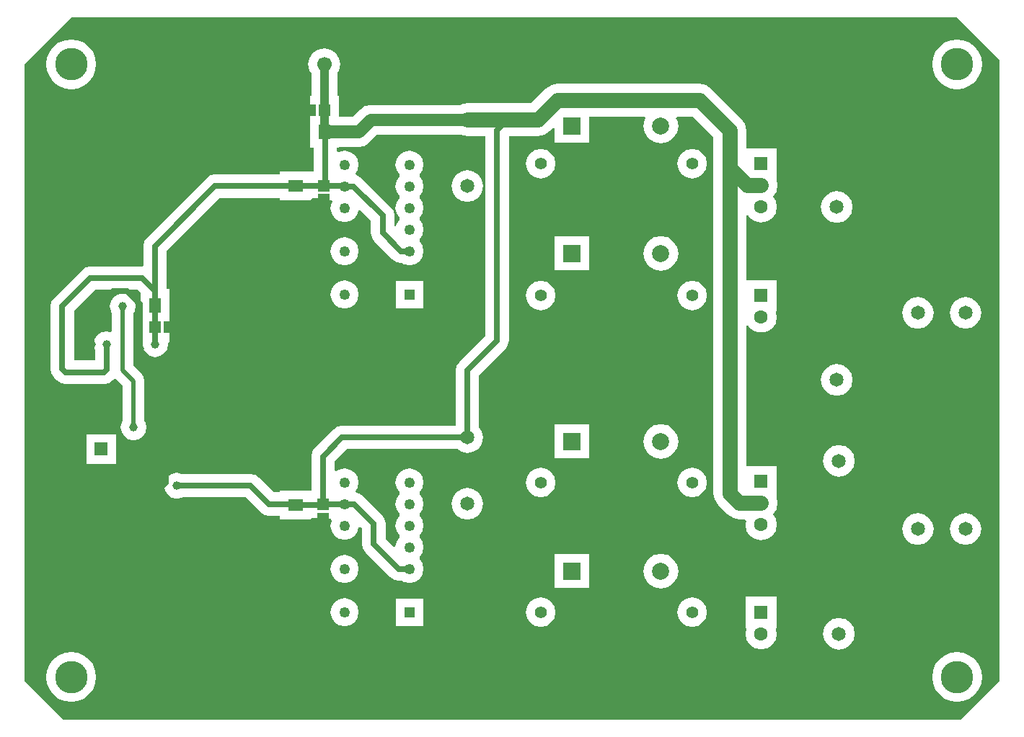
<source format=gbr>
%TF.GenerationSoftware,Altium Limited,Altium Designer,20.0.13 (296)*%
G04 Layer_Physical_Order=2*
G04 Layer_Color=16711680*
%FSLAX26Y26*%
%MOIN*%
%TF.FileFunction,Copper,L2,Bot,Signal*%
%TF.Part,Single*%
G01*
G75*
%TA.AperFunction,SMDPad,CuDef*%
%ADD15R,0.057087X0.053150*%
%TA.AperFunction,Conductor*%
%ADD18C,0.027559*%
%ADD19C,0.019685*%
%TA.AperFunction,ViaPad*%
%ADD20C,0.150000*%
%TA.AperFunction,ComponentPad*%
%ADD21R,0.059055X0.059055*%
%ADD22R,0.066929X0.066929*%
%ADD23C,0.066929*%
%ADD24C,0.064961*%
%ADD25C,0.078740*%
%ADD26R,0.078740X0.078740*%
%ADD27R,0.059055X0.059055*%
%ADD28R,0.062992X0.062992*%
%ADD29C,0.062992*%
%ADD30C,0.055118*%
%ADD31C,0.049213*%
%ADD32R,0.049213X0.049213*%
%TA.AperFunction,ViaPad*%
%ADD33C,0.039370*%
%TA.AperFunction,SMDPad,CuDef*%
%ADD34R,0.070866X0.055118*%
%ADD35R,0.055118X0.070866*%
%ADD36R,0.053150X0.057087*%
%TA.AperFunction,Conductor*%
%ADD37C,0.059055*%
%ADD38C,0.055118*%
%ADD39C,0.039370*%
%ADD40C,0.070866*%
G36*
X6693898Y4073818D02*
Y1201771D01*
X6515748Y1023622D01*
X2362205D01*
X2185039Y1200787D01*
Y4055118D01*
X2401575Y4271653D01*
X6496063D01*
X6693898Y4073818D01*
D02*
G37*
%LPC*%
G36*
X6496063Y4170475D02*
X6466206Y4166544D01*
X6438385Y4155020D01*
X6414493Y4136688D01*
X6396161Y4112797D01*
X6384637Y4084975D01*
X6380706Y4055118D01*
X6384637Y4025262D01*
X6396161Y3997440D01*
X6414493Y3973548D01*
X6438385Y3955216D01*
X6466206Y3943692D01*
X6496063Y3939761D01*
X6525920Y3943692D01*
X6553742Y3955216D01*
X6577633Y3973548D01*
X6595965Y3997440D01*
X6607489Y4025262D01*
X6611420Y4055118D01*
X6607489Y4084975D01*
X6595965Y4112797D01*
X6577633Y4136688D01*
X6553742Y4155020D01*
X6525920Y4166544D01*
X6496063Y4170475D01*
D02*
G37*
G36*
X2401575D02*
X2371718Y4166544D01*
X2343896Y4155020D01*
X2320005Y4136688D01*
X2301673Y4112797D01*
X2290148Y4084975D01*
X2286218Y4055118D01*
X2290148Y4025262D01*
X2301673Y3997440D01*
X2320005Y3973548D01*
X2343896Y3955216D01*
X2371718Y3943692D01*
X2401575Y3939761D01*
X2431431Y3943692D01*
X2459253Y3955216D01*
X2483144Y3973548D01*
X2501477Y3997440D01*
X2513001Y4025262D01*
X2516932Y4055118D01*
X2513001Y4084975D01*
X2501477Y4112797D01*
X2483144Y4136688D01*
X2459253Y4155020D01*
X2431431Y4166544D01*
X2401575Y4170475D01*
D02*
G37*
G36*
X5271260Y3663240D02*
X5245145Y3658046D01*
X5223007Y3643253D01*
X5208214Y3621114D01*
X5203020Y3595000D01*
X5208214Y3568886D01*
X5223007Y3546747D01*
X5245145Y3531954D01*
X5271260Y3526760D01*
X5297374Y3531954D01*
X5319513Y3546747D01*
X5334306Y3568886D01*
X5339500Y3595000D01*
X5334306Y3621114D01*
X5319513Y3643253D01*
X5297374Y3658046D01*
X5271260Y3663240D01*
D02*
G37*
G36*
X4571260D02*
X4545145Y3658046D01*
X4523007Y3643253D01*
X4508214Y3621114D01*
X4503020Y3595000D01*
X4508214Y3568886D01*
X4523007Y3546747D01*
X4545145Y3531954D01*
X4571260Y3526760D01*
X4597374Y3531954D01*
X4619513Y3546747D01*
X4634306Y3568886D01*
X4639500Y3595000D01*
X4634306Y3621114D01*
X4619513Y3643253D01*
X4597374Y3658046D01*
X4571260Y3663240D01*
D02*
G37*
G36*
X4232283Y3564715D02*
X4204249Y3559138D01*
X4180482Y3543258D01*
X4164602Y3519491D01*
X4159025Y3491457D01*
X4164602Y3463422D01*
X4180482Y3439655D01*
X4204249Y3423775D01*
X4232283Y3418199D01*
X4260318Y3423775D01*
X4284085Y3439655D01*
X4299965Y3463422D01*
X4305542Y3491457D01*
X4299965Y3519491D01*
X4284085Y3543258D01*
X4260318Y3559138D01*
X4232283Y3564715D01*
D02*
G37*
G36*
X3570866Y4129380D02*
X3542448Y4123727D01*
X3518355Y4107629D01*
X3502257Y4083537D01*
X3496605Y4055118D01*
X3502257Y4026700D01*
X3511146Y4013397D01*
Y3910433D01*
X3505905D01*
Y3817992D01*
X3505118D01*
Y3742459D01*
X3505028Y3742008D01*
X3505118Y3741557D01*
Y3668386D01*
X3521085D01*
Y3558425D01*
X3502362D01*
Y3558110D01*
X3365472D01*
Y3545372D01*
X3066457D01*
X3066457Y3545372D01*
X3045719Y3541247D01*
X3028138Y3529500D01*
X2750776Y3252138D01*
X2739029Y3234557D01*
X2734904Y3213819D01*
X2734904Y3213818D01*
Y3122989D01*
X2730276Y3119191D01*
X2730275Y3119191D01*
X2490276D01*
X2490276Y3119191D01*
X2469538Y3115066D01*
X2451957Y3103319D01*
X2451957Y3103318D01*
X2321957Y2973319D01*
X2310210Y2955738D01*
X2306085Y2935000D01*
X2306085Y2934999D01*
Y2645001D01*
X2306085Y2645000D01*
X2310210Y2624262D01*
X2321957Y2606681D01*
X2336957Y2591681D01*
X2354538Y2579934D01*
X2375276Y2575809D01*
X2375276Y2575809D01*
X2553744D01*
X2553744Y2575809D01*
X2574482Y2579934D01*
X2592063Y2591681D01*
X2599281Y2598899D01*
X2609685Y2599408D01*
X2610276Y2599039D01*
X2640099Y2569216D01*
Y2406202D01*
X2634647Y2398042D01*
X2630064Y2375000D01*
X2634647Y2351958D01*
X2647699Y2332424D01*
X2667233Y2319371D01*
X2690276Y2314788D01*
X2713318Y2319371D01*
X2732852Y2332424D01*
X2745904Y2351958D01*
X2750488Y2375000D01*
X2745904Y2398042D01*
X2740452Y2406202D01*
Y2590000D01*
X2736633Y2609202D01*
X2725756Y2625480D01*
X2690452Y2660784D01*
Y2903798D01*
X2695904Y2911958D01*
X2700488Y2935000D01*
X2695904Y2958042D01*
X2682852Y2977576D01*
X2663318Y2990629D01*
X2640276Y2995212D01*
X2617233Y2990629D01*
X2597699Y2977576D01*
X2584647Y2958042D01*
X2580064Y2935000D01*
X2584647Y2911958D01*
X2590099Y2903798D01*
Y2823188D01*
X2582225Y2816841D01*
X2565276Y2820212D01*
X2542233Y2815629D01*
X2522699Y2802576D01*
X2509647Y2783042D01*
X2505064Y2760000D01*
X2509647Y2736958D01*
X2511085Y2734806D01*
Y2684191D01*
X2414466D01*
Y2912553D01*
X2512722Y3010809D01*
X2707829D01*
X2722166Y2996473D01*
Y2865197D01*
X2724370D01*
Y2772087D01*
X2726262D01*
X2731257Y2766000D01*
X2730064Y2760000D01*
X2734647Y2736958D01*
X2747699Y2717424D01*
X2767233Y2704371D01*
X2790276Y2699788D01*
X2813318Y2704371D01*
X2832852Y2717424D01*
X2845904Y2736958D01*
X2850488Y2760000D01*
X2849294Y2766000D01*
X2854289Y2772087D01*
X2856260D01*
Y2907913D01*
X2856024D01*
Y3014803D01*
X2843285D01*
Y3191372D01*
X3088903Y3436990D01*
X3365472D01*
Y3424252D01*
X3515079D01*
Y3426535D01*
X3604392D01*
X3608104Y3419591D01*
X3605011Y3414962D01*
X3600046Y3390000D01*
X3605011Y3365038D01*
X3619151Y3343876D01*
X3640313Y3329735D01*
X3665276Y3324770D01*
X3690238Y3329735D01*
X3711400Y3343876D01*
X3725540Y3365038D01*
X3728566Y3380251D01*
X3736101Y3382537D01*
X3786879Y3331759D01*
Y3274206D01*
X3786879Y3274206D01*
X3791004Y3253468D01*
X3802751Y3235887D01*
X3886957Y3151682D01*
X3886957Y3151681D01*
X3904538Y3139934D01*
X3925276Y3135809D01*
X3925276Y3135809D01*
X3931224D01*
X3940313Y3129735D01*
X3965276Y3124770D01*
X3990238Y3129735D01*
X4011400Y3143876D01*
X4025540Y3165038D01*
X4030505Y3190000D01*
X4025540Y3214962D01*
X4012194Y3234936D01*
X4011400Y3239399D01*
Y3240601D01*
X4012194Y3245064D01*
X4025540Y3265038D01*
X4030505Y3290000D01*
X4025540Y3314962D01*
X4012194Y3334936D01*
X4011400Y3339399D01*
Y3340601D01*
X4012194Y3345064D01*
X4025540Y3365038D01*
X4030505Y3390000D01*
X4025540Y3414962D01*
X4012194Y3434936D01*
X4011400Y3439399D01*
Y3440601D01*
X4012194Y3445064D01*
X4025540Y3465038D01*
X4030505Y3490000D01*
X4025540Y3514962D01*
X4012194Y3534936D01*
X4011400Y3539399D01*
Y3540601D01*
X4012194Y3545064D01*
X4025540Y3565038D01*
X4030505Y3590000D01*
X4025540Y3614962D01*
X4011400Y3636124D01*
X3990238Y3650265D01*
X3965276Y3655230D01*
X3940313Y3650265D01*
X3919151Y3636124D01*
X3905011Y3614962D01*
X3900046Y3590000D01*
X3905011Y3565038D01*
X3918357Y3545064D01*
X3919151Y3540601D01*
Y3539399D01*
X3918357Y3534936D01*
X3905011Y3514962D01*
X3900046Y3490000D01*
X3905011Y3465038D01*
X3918357Y3445064D01*
X3919151Y3440601D01*
Y3439399D01*
X3918357Y3434936D01*
X3905011Y3414962D01*
X3900046Y3390000D01*
X3905011Y3365038D01*
X3918357Y3345064D01*
X3919151Y3340601D01*
Y3339399D01*
X3918357Y3334936D01*
X3905011Y3314962D01*
X3903135Y3305531D01*
X3895261Y3306306D01*
Y3354206D01*
X3891136Y3374943D01*
X3879389Y3392524D01*
X3879389Y3392524D01*
X3743594Y3528319D01*
X3726014Y3540066D01*
X3719227Y3541416D01*
X3715603Y3550165D01*
X3725540Y3565038D01*
X3730505Y3590000D01*
X3725540Y3614962D01*
X3711400Y3636124D01*
X3690238Y3650265D01*
X3665276Y3655230D01*
X3640313Y3650265D01*
X3636411Y3647657D01*
X3629466Y3651369D01*
Y3668386D01*
X3638976D01*
Y3671761D01*
X3730197D01*
X3757079Y3677108D01*
X3779869Y3692336D01*
X3785585Y3700890D01*
X3814998Y3730303D01*
X4199770D01*
X4203097Y3728080D01*
X4232283Y3722275D01*
X4315888D01*
Y2798037D01*
X4193965Y2676114D01*
X4182218Y2658533D01*
X4178092Y2637795D01*
X4178093Y2637795D01*
Y2382734D01*
X3653819D01*
X3633081Y2378609D01*
X3615500Y2366862D01*
X3615500Y2366862D01*
X3526957Y2278319D01*
X3515210Y2260738D01*
X3511085Y2240000D01*
X3511085Y2239999D01*
Y2083425D01*
X3497362D01*
Y2083110D01*
X3365472D01*
Y2074191D01*
X3337722D01*
X3268594Y2143319D01*
X3251014Y2155066D01*
X3230276Y2159191D01*
X3230275Y2159191D01*
X2915470D01*
X2913318Y2160629D01*
X2890276Y2165212D01*
X2867233Y2160629D01*
X2847699Y2147576D01*
X2834647Y2128042D01*
X2830064Y2105000D01*
X2834647Y2081958D01*
X2847699Y2062424D01*
X2867233Y2049371D01*
X2890276Y2044788D01*
X2913318Y2049371D01*
X2915470Y2050809D01*
X3207829D01*
X3276957Y1981681D01*
X3276957Y1981681D01*
X3294538Y1969934D01*
X3315276Y1965809D01*
X3315276Y1965809D01*
X3365472D01*
Y1949252D01*
X3515079D01*
Y1951535D01*
X3600767D01*
X3604752Y1943661D01*
X3600046Y1920000D01*
X3605011Y1895038D01*
X3619151Y1873876D01*
X3640313Y1859736D01*
X3665276Y1854770D01*
X3690238Y1859736D01*
X3711400Y1873876D01*
X3725540Y1895038D01*
X3729178Y1913325D01*
X3737722Y1915917D01*
X3746085Y1907553D01*
Y1835001D01*
X3746085Y1835000D01*
X3750210Y1814262D01*
X3761957Y1796681D01*
X3876957Y1681681D01*
X3876957Y1681681D01*
X3894538Y1669934D01*
X3915276Y1665809D01*
X3915276Y1665809D01*
X3931224D01*
X3940313Y1659736D01*
X3965276Y1654770D01*
X3990238Y1659736D01*
X4011400Y1673876D01*
X4025540Y1695038D01*
X4030505Y1720000D01*
X4025540Y1744962D01*
X4012194Y1764936D01*
X4011400Y1769399D01*
Y1770601D01*
X4012194Y1775064D01*
X4025540Y1795038D01*
X4030505Y1820000D01*
X4025540Y1844962D01*
X4012194Y1864936D01*
X4011400Y1869399D01*
Y1870601D01*
X4012194Y1875064D01*
X4025540Y1895038D01*
X4030505Y1920000D01*
X4025540Y1944962D01*
X4012194Y1964936D01*
X4011400Y1969399D01*
Y1970601D01*
X4012194Y1975064D01*
X4025540Y1995038D01*
X4030505Y2020000D01*
X4025540Y2044962D01*
X4012194Y2064936D01*
X4011400Y2069399D01*
Y2070601D01*
X4012194Y2075064D01*
X4025540Y2095038D01*
X4030505Y2120000D01*
X4025540Y2144962D01*
X4011400Y2166124D01*
X3990238Y2180265D01*
X3965276Y2185230D01*
X3940313Y2180265D01*
X3919151Y2166124D01*
X3905011Y2144962D01*
X3900046Y2120000D01*
X3905011Y2095038D01*
X3918357Y2075064D01*
X3919151Y2070601D01*
Y2069399D01*
X3918357Y2064936D01*
X3905011Y2044962D01*
X3900046Y2020000D01*
X3905011Y1995038D01*
X3918357Y1975064D01*
X3919151Y1970601D01*
Y1969399D01*
X3918357Y1964936D01*
X3905011Y1944962D01*
X3900046Y1920000D01*
X3905011Y1895038D01*
X3918357Y1875064D01*
X3919151Y1870601D01*
Y1869399D01*
X3918357Y1864936D01*
X3905011Y1844962D01*
X3900544Y1822505D01*
X3892806Y1819107D01*
X3854466Y1857447D01*
Y1929999D01*
X3854467Y1930000D01*
X3850341Y1950738D01*
X3838594Y1968319D01*
X3838594Y1968319D01*
X3748594Y2058319D01*
X3731014Y2070066D01*
X3718404Y2072574D01*
X3715391Y2079849D01*
X3725540Y2095038D01*
X3730505Y2120000D01*
X3725540Y2144962D01*
X3711400Y2166124D01*
X3690238Y2180265D01*
X3665276Y2185230D01*
X3640313Y2180265D01*
X3626411Y2170975D01*
X3619466Y2174687D01*
Y2217553D01*
X3676265Y2274352D01*
X4184059D01*
X4204249Y2260862D01*
X4232283Y2255285D01*
X4260318Y2260862D01*
X4284085Y2276742D01*
X4299965Y2300509D01*
X4305542Y2328543D01*
X4299965Y2356578D01*
X4286474Y2376768D01*
Y2615349D01*
X4408397Y2737272D01*
X4420145Y2754852D01*
X4424270Y2775590D01*
X4424270Y2775591D01*
Y3722275D01*
X4558543D01*
X4587730Y3728080D01*
X4612473Y3744613D01*
X4629339Y3761479D01*
X4636614Y3758466D01*
Y3691260D01*
X4794095D01*
Y3813731D01*
X5053334D01*
X5057046Y3806787D01*
X5052994Y3800723D01*
X5046882Y3770000D01*
X5052994Y3739277D01*
X5070397Y3713231D01*
X5096442Y3695828D01*
X5127165Y3689717D01*
X5157888Y3695828D01*
X5183934Y3713231D01*
X5201337Y3739277D01*
X5207448Y3770000D01*
X5201337Y3800723D01*
X5197285Y3806787D01*
X5200997Y3813731D01*
X5273409D01*
X5368731Y3718409D01*
Y3575001D01*
Y2070000D01*
X5374537Y2040813D01*
X5391070Y2016070D01*
X5436070Y1971070D01*
X5460813Y1954537D01*
X5490000Y1948731D01*
X5516811D01*
X5521806Y1942645D01*
X5518297Y1925000D01*
X5523797Y1897349D01*
X5539460Y1873908D01*
X5562901Y1858246D01*
X5590551Y1852746D01*
X5618202Y1858246D01*
X5641643Y1873908D01*
X5657306Y1897349D01*
X5662806Y1925000D01*
X5657306Y1952651D01*
X5644740Y1971457D01*
X5661014Y1995813D01*
X5666820Y2025000D01*
X5661101Y2053749D01*
X5661417Y2054134D01*
X5661417D01*
Y2195866D01*
X5521269D01*
Y2846960D01*
X5529143Y2849349D01*
X5539460Y2833908D01*
X5562901Y2818246D01*
X5590551Y2812746D01*
X5618202Y2818246D01*
X5641643Y2833908D01*
X5657306Y2857349D01*
X5662806Y2885000D01*
X5658577Y2906260D01*
X5661417Y2914134D01*
X5661417D01*
Y3055866D01*
X5521269D01*
Y3356960D01*
X5529143Y3359349D01*
X5539460Y3343908D01*
X5562901Y3328246D01*
X5590551Y3322746D01*
X5618202Y3328246D01*
X5641643Y3343908D01*
X5657306Y3367349D01*
X5662806Y3395000D01*
X5657306Y3422651D01*
X5644740Y3441457D01*
X5661014Y3465813D01*
X5666820Y3495000D01*
X5661101Y3523749D01*
X5661417Y3524134D01*
X5661417D01*
Y3665866D01*
X5521269D01*
Y3750000D01*
X5515463Y3779187D01*
X5498930Y3803930D01*
X5358930Y3943930D01*
X5334187Y3960463D01*
X5305000Y3966269D01*
X4650000D01*
X4620813Y3960463D01*
X4596070Y3943930D01*
X4526952Y3874812D01*
X4232283D01*
X4203097Y3869006D01*
X4199770Y3866784D01*
X3786732D01*
X3760618Y3861589D01*
X3738479Y3846796D01*
X3703938Y3812255D01*
X3638976D01*
Y3817992D01*
X3637795D01*
Y3910433D01*
X3631570D01*
Y4014870D01*
X3639475Y4026700D01*
X3645128Y4055118D01*
X3639475Y4083537D01*
X3623377Y4107629D01*
X3599285Y4123727D01*
X3570866Y4129380D01*
D02*
G37*
G36*
X5940000Y3468258D02*
X5911965Y3462682D01*
X5888199Y3446801D01*
X5872318Y3423035D01*
X5866742Y3395000D01*
X5872318Y3366965D01*
X5888199Y3343199D01*
X5911965Y3327318D01*
X5940000Y3321742D01*
X5968035Y3327318D01*
X5991801Y3343199D01*
X6007682Y3366965D01*
X6013258Y3395000D01*
X6007682Y3423035D01*
X5991801Y3446801D01*
X5968035Y3462682D01*
X5940000Y3468258D01*
D02*
G37*
G36*
X3665276Y3255230D02*
X3640313Y3250265D01*
X3619151Y3236124D01*
X3605011Y3214962D01*
X3600046Y3190000D01*
X3605011Y3165038D01*
X3619151Y3143876D01*
X3640313Y3129735D01*
X3665276Y3124770D01*
X3690238Y3129735D01*
X3711400Y3143876D01*
X3725540Y3165038D01*
X3730505Y3190000D01*
X3725540Y3214962D01*
X3711400Y3236124D01*
X3690238Y3250265D01*
X3665276Y3255230D01*
D02*
G37*
G36*
X4794095Y3258740D02*
X4636614D01*
Y3101260D01*
X4794095D01*
Y3258740D01*
D02*
G37*
G36*
X5127165Y3260283D02*
X5096442Y3254172D01*
X5070397Y3236769D01*
X5052994Y3210723D01*
X5046882Y3180000D01*
X5052994Y3149277D01*
X5070397Y3123231D01*
X5096442Y3105828D01*
X5127165Y3099717D01*
X5157888Y3105828D01*
X5183934Y3123231D01*
X5201337Y3149277D01*
X5207448Y3180000D01*
X5201337Y3210723D01*
X5183934Y3236769D01*
X5157888Y3254172D01*
X5127165Y3260283D01*
D02*
G37*
G36*
X4029252Y3053976D02*
X3901299D01*
Y2926024D01*
X4029252D01*
Y3053976D01*
D02*
G37*
G36*
X3665276Y3055230D02*
X3640313Y3050265D01*
X3619151Y3036124D01*
X3605011Y3014962D01*
X3600046Y2990000D01*
X3605011Y2965038D01*
X3619151Y2943876D01*
X3640313Y2929735D01*
X3665276Y2924770D01*
X3690238Y2929735D01*
X3711400Y2943876D01*
X3725540Y2965038D01*
X3730505Y2990000D01*
X3725540Y3014962D01*
X3711400Y3036124D01*
X3690238Y3050265D01*
X3665276Y3055230D01*
D02*
G37*
G36*
X5271260Y3053240D02*
X5245145Y3048046D01*
X5223007Y3033253D01*
X5208214Y3011114D01*
X5203020Y2985000D01*
X5208214Y2958886D01*
X5223007Y2936747D01*
X5245145Y2921954D01*
X5271260Y2916760D01*
X5297374Y2921954D01*
X5319513Y2936747D01*
X5334306Y2958886D01*
X5339500Y2985000D01*
X5334306Y3011114D01*
X5319513Y3033253D01*
X5297374Y3048046D01*
X5271260Y3053240D01*
D02*
G37*
G36*
X4571260D02*
X4545145Y3048046D01*
X4523007Y3033253D01*
X4508214Y3011114D01*
X4503020Y2985000D01*
X4508214Y2958886D01*
X4523007Y2936747D01*
X4545145Y2921954D01*
X4571260Y2916760D01*
X4597374Y2921954D01*
X4619513Y2936747D01*
X4634306Y2958886D01*
X4639500Y2985000D01*
X4634306Y3011114D01*
X4619513Y3033253D01*
X4597374Y3048046D01*
X4571260Y3053240D01*
D02*
G37*
G36*
X6535433Y2978258D02*
X6507399Y2972682D01*
X6483632Y2956801D01*
X6467752Y2933035D01*
X6462175Y2905000D01*
X6467752Y2876965D01*
X6483632Y2853199D01*
X6507399Y2837318D01*
X6535433Y2831742D01*
X6563468Y2837318D01*
X6587234Y2853199D01*
X6603115Y2876965D01*
X6608691Y2905000D01*
X6603115Y2933035D01*
X6587234Y2956801D01*
X6563468Y2972682D01*
X6535433Y2978258D01*
D02*
G37*
G36*
X6315000D02*
X6286965Y2972682D01*
X6263199Y2956801D01*
X6247318Y2933035D01*
X6241742Y2905000D01*
X6247318Y2876965D01*
X6263199Y2853199D01*
X6286965Y2837318D01*
X6315000Y2831742D01*
X6343035Y2837318D01*
X6366801Y2853199D01*
X6382682Y2876965D01*
X6388258Y2905000D01*
X6382682Y2933035D01*
X6366801Y2956801D01*
X6343035Y2972682D01*
X6315000Y2978258D01*
D02*
G37*
G36*
X5940000Y2668258D02*
X5911965Y2662682D01*
X5888199Y2646801D01*
X5872318Y2623035D01*
X5866742Y2595000D01*
X5872318Y2566965D01*
X5888199Y2543199D01*
X5911965Y2527318D01*
X5940000Y2521742D01*
X5968035Y2527318D01*
X5991801Y2543199D01*
X6007682Y2566965D01*
X6013258Y2595000D01*
X6007682Y2623035D01*
X5991801Y2646801D01*
X5968035Y2662682D01*
X5940000Y2668258D01*
D02*
G37*
G36*
X4794095Y2388740D02*
X4636614D01*
Y2231260D01*
X4794095D01*
Y2388740D01*
D02*
G37*
G36*
X5127165Y2390283D02*
X5096442Y2384172D01*
X5070397Y2366769D01*
X5052994Y2340723D01*
X5046882Y2310000D01*
X5052994Y2279277D01*
X5070397Y2253231D01*
X5096442Y2235828D01*
X5127165Y2229717D01*
X5157888Y2235828D01*
X5183934Y2253231D01*
X5201337Y2279277D01*
X5207448Y2310000D01*
X5201337Y2340723D01*
X5183934Y2366769D01*
X5157888Y2384172D01*
X5127165Y2390283D01*
D02*
G37*
G36*
X2609173Y2343898D02*
X2471378D01*
Y2206102D01*
X2609173D01*
Y2343898D01*
D02*
G37*
G36*
X5950000Y2293258D02*
X5921965Y2287682D01*
X5898199Y2271801D01*
X5882318Y2248035D01*
X5876742Y2220000D01*
X5882318Y2191965D01*
X5898199Y2168199D01*
X5921965Y2152318D01*
X5950000Y2146742D01*
X5978035Y2152318D01*
X6001801Y2168199D01*
X6017682Y2191965D01*
X6023258Y2220000D01*
X6017682Y2248035D01*
X6001801Y2271801D01*
X5978035Y2287682D01*
X5950000Y2293258D01*
D02*
G37*
G36*
X5271260Y2188240D02*
X5245145Y2183046D01*
X5223007Y2168253D01*
X5208214Y2146114D01*
X5203020Y2120000D01*
X5208214Y2093886D01*
X5223007Y2071747D01*
X5245145Y2056954D01*
X5271260Y2051760D01*
X5297374Y2056954D01*
X5319513Y2071747D01*
X5334306Y2093886D01*
X5339500Y2120000D01*
X5334306Y2146114D01*
X5319513Y2168253D01*
X5297374Y2183046D01*
X5271260Y2188240D01*
D02*
G37*
G36*
X4571260D02*
X4545145Y2183046D01*
X4523007Y2168253D01*
X4508214Y2146114D01*
X4503020Y2120000D01*
X4508214Y2093886D01*
X4523007Y2071747D01*
X4545145Y2056954D01*
X4571260Y2051760D01*
X4597374Y2056954D01*
X4619513Y2071747D01*
X4634306Y2093886D01*
X4639500Y2120000D01*
X4634306Y2146114D01*
X4619513Y2168253D01*
X4597374Y2183046D01*
X4571260Y2188240D01*
D02*
G37*
G36*
X4232283Y2094715D02*
X4204249Y2089138D01*
X4180482Y2073258D01*
X4164602Y2049491D01*
X4159025Y2021457D01*
X4164602Y1993422D01*
X4180482Y1969656D01*
X4204249Y1953775D01*
X4232283Y1948199D01*
X4260318Y1953775D01*
X4284085Y1969656D01*
X4299965Y1993422D01*
X4305542Y2021457D01*
X4299965Y2049491D01*
X4284085Y2073258D01*
X4260318Y2089138D01*
X4232283Y2094715D01*
D02*
G37*
G36*
X6535433Y1978258D02*
X6507399Y1972682D01*
X6483632Y1956801D01*
X6467752Y1933035D01*
X6462175Y1905000D01*
X6467752Y1876965D01*
X6483632Y1853199D01*
X6507399Y1837318D01*
X6535433Y1831742D01*
X6563468Y1837318D01*
X6587234Y1853199D01*
X6603115Y1876965D01*
X6608691Y1905000D01*
X6603115Y1933035D01*
X6587234Y1956801D01*
X6563468Y1972682D01*
X6535433Y1978258D01*
D02*
G37*
G36*
X6315000D02*
X6286965Y1972682D01*
X6263199Y1956801D01*
X6247318Y1933035D01*
X6241742Y1905000D01*
X6247318Y1876965D01*
X6263199Y1853199D01*
X6286965Y1837318D01*
X6315000Y1831742D01*
X6343035Y1837318D01*
X6366801Y1853199D01*
X6382682Y1876965D01*
X6388258Y1905000D01*
X6382682Y1933035D01*
X6366801Y1956801D01*
X6343035Y1972682D01*
X6315000Y1978258D01*
D02*
G37*
G36*
X3665276Y1785230D02*
X3640313Y1780264D01*
X3619151Y1766124D01*
X3605011Y1744962D01*
X3600046Y1720000D01*
X3605011Y1695038D01*
X3619151Y1673876D01*
X3640313Y1659736D01*
X3665276Y1654770D01*
X3690238Y1659736D01*
X3711400Y1673876D01*
X3725540Y1695038D01*
X3730505Y1720000D01*
X3725540Y1744962D01*
X3711400Y1766124D01*
X3690238Y1780264D01*
X3665276Y1785230D01*
D02*
G37*
G36*
X4794095Y1788740D02*
X4636614D01*
Y1631260D01*
X4794095D01*
Y1788740D01*
D02*
G37*
G36*
X5127165Y1790283D02*
X5096442Y1784172D01*
X5070397Y1766768D01*
X5052994Y1740723D01*
X5046882Y1710000D01*
X5052994Y1679277D01*
X5070397Y1653232D01*
X5096442Y1635828D01*
X5127165Y1629717D01*
X5157888Y1635828D01*
X5183934Y1653232D01*
X5201337Y1679277D01*
X5207448Y1710000D01*
X5201337Y1740723D01*
X5183934Y1766768D01*
X5157888Y1784172D01*
X5127165Y1790283D01*
D02*
G37*
G36*
X4029252Y1583976D02*
X3901299D01*
Y1456024D01*
X4029252D01*
Y1583976D01*
D02*
G37*
G36*
X3665276Y1585230D02*
X3640313Y1580264D01*
X3619151Y1566124D01*
X3605011Y1544962D01*
X3600046Y1520000D01*
X3605011Y1495038D01*
X3619151Y1473876D01*
X3640313Y1459736D01*
X3665276Y1454770D01*
X3690238Y1459736D01*
X3711400Y1473876D01*
X3725540Y1495038D01*
X3730505Y1520000D01*
X3725540Y1544962D01*
X3711400Y1566124D01*
X3690238Y1580264D01*
X3665276Y1585230D01*
D02*
G37*
G36*
X5271260Y1588240D02*
X5245145Y1583046D01*
X5223007Y1568253D01*
X5208214Y1546114D01*
X5203020Y1520000D01*
X5208214Y1493886D01*
X5223007Y1471747D01*
X5245145Y1456954D01*
X5271260Y1451760D01*
X5297374Y1456954D01*
X5319513Y1471747D01*
X5334306Y1493886D01*
X5339500Y1520000D01*
X5334306Y1546114D01*
X5319513Y1568253D01*
X5297374Y1583046D01*
X5271260Y1588240D01*
D02*
G37*
G36*
X4571260D02*
X4545145Y1583046D01*
X4523007Y1568253D01*
X4508214Y1546114D01*
X4503020Y1520000D01*
X4508214Y1493886D01*
X4523007Y1471747D01*
X4545145Y1456954D01*
X4571260Y1451760D01*
X4597374Y1456954D01*
X4619513Y1471747D01*
X4634306Y1493886D01*
X4639500Y1520000D01*
X4634306Y1546114D01*
X4619513Y1568253D01*
X4597374Y1583046D01*
X4571260Y1588240D01*
D02*
G37*
G36*
X5661417Y1590866D02*
X5519685D01*
Y1449134D01*
X5519685D01*
X5522526Y1441260D01*
X5518297Y1420000D01*
X5523797Y1392349D01*
X5539460Y1368908D01*
X5562901Y1353246D01*
X5590551Y1347746D01*
X5618202Y1353246D01*
X5641643Y1368908D01*
X5657306Y1392349D01*
X5662806Y1420000D01*
X5658577Y1441260D01*
X5661417Y1449134D01*
X5661417D01*
Y1590866D01*
D02*
G37*
G36*
X5950000Y1493258D02*
X5921965Y1487682D01*
X5898199Y1471801D01*
X5882318Y1448035D01*
X5876742Y1420000D01*
X5882318Y1391965D01*
X5898199Y1368199D01*
X5921965Y1352318D01*
X5950000Y1346742D01*
X5978035Y1352318D01*
X6001801Y1368199D01*
X6017682Y1391965D01*
X6023258Y1420000D01*
X6017682Y1448035D01*
X6001801Y1471801D01*
X5978035Y1487682D01*
X5950000Y1493258D01*
D02*
G37*
G36*
X6496063Y1335829D02*
X6466206Y1331899D01*
X6438385Y1320374D01*
X6414493Y1302042D01*
X6396161Y1278151D01*
X6384637Y1250329D01*
X6380706Y1220472D01*
X6384637Y1190616D01*
X6396161Y1162794D01*
X6414493Y1138903D01*
X6438385Y1120570D01*
X6466206Y1109046D01*
X6496063Y1105115D01*
X6525920Y1109046D01*
X6553742Y1120570D01*
X6577633Y1138903D01*
X6595965Y1162794D01*
X6607489Y1190616D01*
X6611420Y1220472D01*
X6607489Y1250329D01*
X6595965Y1278151D01*
X6577633Y1302042D01*
X6553742Y1320374D01*
X6525920Y1331899D01*
X6496063Y1335829D01*
D02*
G37*
G36*
X2401575D02*
X2371718Y1331899D01*
X2343896Y1320374D01*
X2320005Y1302042D01*
X2301673Y1278151D01*
X2290148Y1250329D01*
X2286218Y1220472D01*
X2290148Y1190616D01*
X2301673Y1162794D01*
X2320005Y1138903D01*
X2343896Y1120570D01*
X2371718Y1109046D01*
X2401575Y1105115D01*
X2431431Y1109046D01*
X2459253Y1120570D01*
X2483144Y1138903D01*
X2501477Y1162794D01*
X2513001Y1190616D01*
X2516932Y1220472D01*
X2513001Y1250329D01*
X2501477Y1278151D01*
X2483144Y1302042D01*
X2459253Y1320374D01*
X2431431Y1331899D01*
X2401575Y1335829D01*
D02*
G37*
%LPD*%
D15*
X3570276Y3427520D02*
D03*
Y3492480D02*
D03*
X3565276Y2017480D02*
D03*
Y1952520D02*
D03*
D18*
X3469685Y3674409D02*
Y3743189D01*
X3425197Y3629921D02*
X3469685Y3674409D01*
X2728347Y3629921D02*
X3425197D01*
X2270276Y3171850D02*
X2728347Y3629921D01*
X2270276Y2290000D02*
Y3171850D01*
Y2290000D02*
X2505276Y2055000D01*
X2490276Y3065000D02*
X2730276D01*
X2505276Y2055000D02*
X2700276D01*
X3066457Y3491181D02*
X3440276D01*
X2730276Y3065000D02*
X2789095Y3006181D01*
Y3213819D01*
X3066457Y3491181D01*
X2789095Y2940000D02*
Y3006181D01*
X2360276Y2935000D02*
X2490276Y3065000D01*
X3575276Y3497480D02*
Y3742008D01*
X3393701Y3743189D02*
X3405232Y3743189D01*
X3385827Y3762594D02*
Y3807087D01*
Y3762594D02*
X3405232Y3743189D01*
X3385827Y3807087D02*
X3421260Y3842520D01*
X3405232Y3743189D02*
X3469685D01*
X3421260Y3842520D02*
X3506890D01*
X3374016Y3889764D02*
X3421260Y3842520D01*
X3374016Y3889764D02*
Y4055118D01*
X3570276Y3492480D02*
X3575276Y3497480D01*
X3571516Y3491240D02*
X3664035D01*
X3565276Y1755000D02*
Y1952520D01*
X4232283Y2637795D02*
X4370079Y2775590D01*
Y3750079D02*
X4418543Y3798543D01*
X4370079Y2775590D02*
Y3750079D01*
X4232283Y2328543D02*
Y2637795D01*
X3653819Y2328543D02*
X4232283D01*
X4100315Y1620000D02*
X4246142D01*
X4681142Y1185000D02*
X5270000D01*
X4246142Y1620000D02*
X4681142Y1185000D01*
X4425000Y1944685D02*
Y2315000D01*
X4100315Y1620000D02*
X4425000Y1944685D01*
X3965276Y1620000D02*
X4100315D01*
X4425000Y2315000D02*
X4730000Y2620000D01*
X5270000D01*
X2923744Y2840000D02*
X2935276Y2851531D01*
Y2928469D02*
X2951807Y2945000D01*
X2855276Y2840000D02*
X2923744D01*
X2935276Y2851531D02*
Y2928469D01*
X2891457Y2940000D02*
X2896457Y2945000D01*
X2951807D01*
X3100276D02*
X3115276Y2960000D01*
X3285276D01*
X2951807Y2945000D02*
X3100276D01*
X3440276Y3185000D02*
Y3388819D01*
X3285276Y2960000D02*
Y3030000D01*
X3440276Y3185000D01*
X3285276Y2765000D02*
Y2960000D01*
X3260276Y2740000D02*
X3285276Y2765000D01*
X2915276Y2740000D02*
X3260276D01*
X2746457Y1913819D02*
X3440276D01*
X2700276Y1960000D02*
X2746457Y1913819D01*
X2700276Y1960000D02*
Y2055000D01*
X2840276Y2375000D02*
X3190276D01*
X3290276Y2275000D01*
Y2155000D02*
Y2275000D01*
X2700276Y2055000D02*
X2775276D01*
X2840276Y2120000D02*
Y2375000D01*
X2775276Y2055000D02*
X2840276Y2120000D01*
X3436457Y2020000D02*
X3440276Y2016181D01*
X3315276Y2020000D02*
X3436457D01*
X2890276Y2105000D02*
X3230276D01*
X3315276Y2020000D01*
X3440276Y1913819D02*
X3444886Y1918429D01*
X3493705D01*
X3518736Y1943460D01*
X3556216D01*
X3565276Y1952520D01*
X3629182Y1818907D02*
X3664182D01*
X3565276Y1755000D02*
X3629182Y1818907D01*
X3565276Y1675001D02*
Y1755000D01*
X3664182Y1818907D02*
X3665276Y1820000D01*
X3565276Y1675001D02*
X3620276Y1620000D01*
X3665276Y2020000D02*
X3710276D01*
X3800276Y1835000D02*
Y1930000D01*
X3710276Y2020000D02*
X3800276Y1930000D01*
X3915276Y1720000D02*
X3965276D01*
X3800276Y1835000D02*
X3915276Y1720000D01*
X3565276Y2017480D02*
X3566535Y2018740D01*
X3664016D01*
X3665276Y2020000D01*
X3564626Y2016831D02*
X3565276Y2017480D01*
X3440925Y2016831D02*
X3564626D01*
X3440276Y2016181D02*
X3440925Y2016831D01*
X3565276Y2017480D02*
Y2240000D01*
X3653819Y2328543D01*
X3440276Y3388819D02*
X3444886Y3393429D01*
X3493705D01*
X3523736Y3423461D01*
X3566216D01*
X3570276Y3427520D01*
Y3140000D02*
X3620276Y3090000D01*
X3570276Y3140000D02*
Y3245000D01*
Y3427520D01*
Y3245000D02*
X3575276Y3240000D01*
X3625276Y3290000D01*
X3665276Y3490000D02*
X3705276D01*
X3841070Y3274206D02*
Y3354206D01*
X3705276Y3490000D02*
X3841070Y3354206D01*
X3925276Y3190000D02*
X3965276D01*
X3841070Y3274206D02*
X3925276Y3190000D01*
X3664035Y3491240D02*
X3665276Y3490000D01*
X3570276Y3492480D02*
X3571516Y3491240D01*
X3569626Y3491831D02*
X3570276Y3492480D01*
X3440925Y3491831D02*
X3569626D01*
X3440276Y3491181D02*
X3440925Y3491831D01*
X2789095Y2940000D02*
X2789705Y2939390D01*
X3665276Y3090000D02*
X3965276D01*
X3620276D02*
X3665276D01*
X3625276Y3290000D02*
X3665276D01*
X3620276Y1620000D02*
X3665276D01*
X3965276D01*
X2360276Y2645000D02*
Y2935000D01*
X2565276Y2641531D02*
Y2760000D01*
X2553744Y2630000D02*
X2565276Y2641531D01*
X2375276Y2630000D02*
X2553744D01*
X2360276Y2645000D02*
X2375276Y2630000D01*
X2789705Y2840610D02*
X2790315Y2840000D01*
X2789705Y2840610D02*
Y2939390D01*
X2790295Y2839980D02*
X2790315Y2840000D01*
X2790295Y2760020D02*
Y2839980D01*
X2790276Y2760000D02*
X2790295Y2760020D01*
X2595276Y3005000D02*
X2660276D01*
X2720276Y2740000D02*
Y2945000D01*
X2660276Y3005000D02*
X2720276Y2945000D01*
X2495276Y2760000D02*
Y2905000D01*
X2595276Y3005000D01*
X2750276Y2680000D02*
X2895276D01*
X2720276Y2740000D02*
X2720389Y2739886D01*
Y2709887D02*
Y2739886D01*
Y2709887D02*
X2750276Y2680000D01*
X2915276Y2560000D02*
Y2700000D01*
X2840276Y2485000D02*
X2915276Y2560000D01*
X2895276Y2680000D02*
X2915276Y2700000D01*
X2840276Y2375000D02*
Y2485000D01*
X2915276Y2700000D02*
Y2740000D01*
D19*
X3571949Y3743287D02*
X3572047Y3743189D01*
X3570866Y3742008D02*
X3575276D01*
X3571850Y3842520D02*
X3571949Y3842421D01*
X3570866Y4055118D02*
X3571358Y4054626D01*
Y3843012D02*
X3571850Y3842520D01*
X3570866Y3742008D02*
X3572047Y3743189D01*
X2640276Y2640000D02*
Y2935000D01*
Y2640000D02*
X2690276Y2590000D01*
Y2375000D02*
Y2590000D01*
D20*
X6496063Y4055118D02*
D03*
Y1220472D02*
D03*
X2401575Y4055118D02*
D03*
Y1220472D02*
D03*
D21*
X2539370Y1874016D02*
D03*
D22*
X3374016Y4055118D02*
D03*
D23*
X3570866D02*
D03*
D24*
X6535433Y1905000D02*
D03*
Y2905000D02*
D03*
X6315000D02*
D03*
Y1905000D02*
D03*
X4232283Y3491457D02*
D03*
Y3798543D02*
D03*
X5940000Y2595000D02*
D03*
Y3395000D02*
D03*
X5950000Y2220000D02*
D03*
Y1420000D02*
D03*
X4232283Y2328543D02*
D03*
Y2021457D02*
D03*
D25*
X5127165Y3180000D02*
D03*
Y2310000D02*
D03*
Y1710000D02*
D03*
Y3770000D02*
D03*
D26*
X4715354Y3180000D02*
D03*
Y2310000D02*
D03*
Y1710000D02*
D03*
Y3770000D02*
D03*
D27*
X2540276Y2275000D02*
D03*
D28*
X5590551Y3595000D02*
D03*
Y2125000D02*
D03*
Y2985000D02*
D03*
Y1520000D02*
D03*
D29*
Y3495000D02*
D03*
Y3395000D02*
D03*
Y1925000D02*
D03*
Y2025000D02*
D03*
Y2785000D02*
D03*
Y2885000D02*
D03*
Y1320000D02*
D03*
Y1420000D02*
D03*
D30*
X5271260Y2985000D02*
D03*
X4571260D02*
D03*
X5271260Y2120000D02*
D03*
X4571260D02*
D03*
X5271260Y1520000D02*
D03*
X4571260D02*
D03*
Y3595000D02*
D03*
X5271260D02*
D03*
D31*
X3665276Y2990000D02*
D03*
Y3090000D02*
D03*
Y3190000D02*
D03*
Y3290000D02*
D03*
Y3390000D02*
D03*
Y3490000D02*
D03*
Y3590000D02*
D03*
X3965276D02*
D03*
Y3490000D02*
D03*
Y3390000D02*
D03*
Y3290000D02*
D03*
Y3190000D02*
D03*
Y3090000D02*
D03*
Y1620000D02*
D03*
Y1720000D02*
D03*
Y1820000D02*
D03*
Y1920000D02*
D03*
Y2020000D02*
D03*
Y2120000D02*
D03*
X3665276D02*
D03*
Y2020000D02*
D03*
Y1920000D02*
D03*
Y1820000D02*
D03*
Y1720000D02*
D03*
Y1620000D02*
D03*
Y1520000D02*
D03*
D32*
X3965276Y2990000D02*
D03*
Y1520000D02*
D03*
D33*
X6003937Y3740158D02*
D03*
X5905512Y3543307D02*
D03*
X6003937Y2952756D02*
D03*
X5905512Y2755906D02*
D03*
Y2362205D02*
D03*
Y1968504D02*
D03*
Y1181102D02*
D03*
X5807087Y3740158D02*
D03*
X5708662Y3543307D02*
D03*
Y2755906D02*
D03*
X5807087Y2559055D02*
D03*
X5708662Y2362205D02*
D03*
X5807087Y2165354D02*
D03*
X5708662Y1181102D02*
D03*
X5610236Y3740158D02*
D03*
Y2559055D02*
D03*
X5511811Y1181102D02*
D03*
X5314961Y2362205D02*
D03*
X5413386Y1377953D02*
D03*
X5118110Y2755906D02*
D03*
X5216536Y2559055D02*
D03*
X5118110Y1968504D02*
D03*
Y1181102D02*
D03*
X4921260Y2755906D02*
D03*
X5019685Y2559055D02*
D03*
X4921260Y1968504D02*
D03*
X5019685Y1377953D02*
D03*
X4921260Y1181102D02*
D03*
X4724410Y2755906D02*
D03*
X4822835Y2559055D02*
D03*
X4724410Y1968504D02*
D03*
X4822835Y1377953D02*
D03*
X4724410Y1181102D02*
D03*
X4527559Y2755906D02*
D03*
X4625984Y2559055D02*
D03*
X4527559Y2362205D02*
D03*
X4625984Y1377953D02*
D03*
X4527559Y1181102D02*
D03*
X4429134Y2559055D02*
D03*
X4330709Y2362205D02*
D03*
X4429134Y1377953D02*
D03*
X4330709Y1181102D02*
D03*
X4133858Y2755906D02*
D03*
X4232284Y1377953D02*
D03*
X4133858Y1181102D02*
D03*
X5270000Y1185000D02*
D03*
Y2620000D02*
D03*
X3285276Y2960000D02*
D03*
X2700276Y2055000D02*
D03*
X2890276Y2105000D02*
D03*
X3290276Y2155000D02*
D03*
X2640276Y2935000D02*
D03*
X2690276Y2375000D02*
D03*
X2720276Y2740000D02*
D03*
X2915276D02*
D03*
X2840276Y2375000D02*
D03*
X2565276Y2760000D02*
D03*
X2790276D02*
D03*
X2495276D02*
D03*
D34*
X3440276Y3491181D02*
D03*
Y3388819D02*
D03*
Y1913819D02*
D03*
Y2016181D02*
D03*
D35*
X3469685Y3743189D02*
D03*
X3572047D02*
D03*
X2891457Y2940000D02*
D03*
X2789095D02*
D03*
D36*
X3506890Y3842520D02*
D03*
X3571850D02*
D03*
X2790315Y2840000D02*
D03*
X2855276D02*
D03*
D37*
X3575276Y3742008D02*
X3730197D01*
D38*
X3786732Y3798543D02*
X4232283D01*
X3730197Y3742008D02*
X3786732Y3798543D01*
D39*
X3571949Y3743287D02*
Y3842421D01*
X3571358Y3843012D02*
Y4054626D01*
D40*
X4232283Y3798543D02*
X4418543D01*
X4558543D01*
X4650000Y3890000D01*
X5445000Y2070000D02*
X5490000Y2025000D01*
X5590551D01*
X5445000Y2070000D02*
Y3575001D01*
Y3750000D01*
X5525001Y3495000D02*
X5590551D01*
X5445000Y3575001D02*
X5525001Y3495000D01*
X5305000Y3890000D02*
X5445000Y3750000D01*
X4650000Y3890000D02*
X5305000D01*
%TF.MD5,613d194431c6e8d73930e4c1608137d1*%
M02*

</source>
